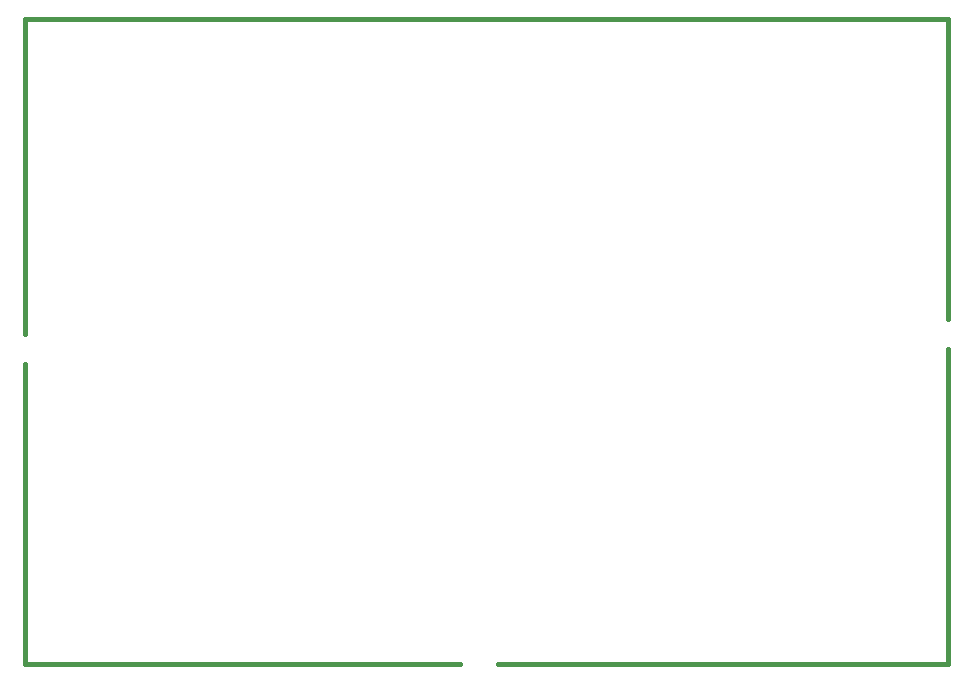
<source format=gbr>
G04 (created by PCBNEW (2013-mar-13)-testing) date jue 13 jun 2013 15:19:28 CEST*
%MOIN*%
G04 Gerber Fmt 3.4, Leading zero omitted, Abs format*
%FSLAX34Y34*%
G01*
G70*
G90*
G04 APERTURE LIST*
%ADD10C,0.003937*%
%ADD11C,0.015000*%
G04 APERTURE END LIST*
G54D10*
G54D11*
X49500Y-48750D02*
X49500Y-38750D01*
X80250Y-48750D02*
X80250Y-38250D01*
X49500Y-48750D02*
X64000Y-48750D01*
X80250Y-27250D02*
X80250Y-37250D01*
X49500Y-27250D02*
X49500Y-37750D01*
X80250Y-48750D02*
X65250Y-48750D01*
X49500Y-27250D02*
X80250Y-27250D01*
M02*

</source>
